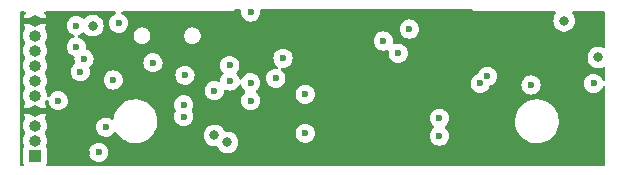
<source format=gbr>
%TF.GenerationSoftware,KiCad,Pcbnew,7.0.8*%
%TF.CreationDate,2023-12-27T11:07:12+01:00*%
%TF.ProjectId,Frost-ESP32,46726f73-742d-4455-9350-33322e6b6963,rev?*%
%TF.SameCoordinates,Original*%
%TF.FileFunction,Copper,L2,Inr*%
%TF.FilePolarity,Positive*%
%FSLAX46Y46*%
G04 Gerber Fmt 4.6, Leading zero omitted, Abs format (unit mm)*
G04 Created by KiCad (PCBNEW 7.0.8) date 2023-12-27 11:07:12*
%MOMM*%
%LPD*%
G01*
G04 APERTURE LIST*
%TA.AperFunction,ComponentPad*%
%ADD10R,1.000000X1.000000*%
%TD*%
%TA.AperFunction,ComponentPad*%
%ADD11O,1.000000X1.000000*%
%TD*%
%TA.AperFunction,ViaPad*%
%ADD12C,0.600000*%
%TD*%
%TA.AperFunction,ViaPad*%
%ADD13C,0.800000*%
%TD*%
G04 APERTURE END LIST*
D10*
%TO.N,/Vconn*%
%TO.C,J2*%
X95500000Y-109930000D03*
D11*
%TO.N,/CANL*%
X95500000Y-108660000D03*
%TO.N,/CANH*%
X95500000Y-107390000D03*
%TO.N,GND*%
X95500000Y-106120000D03*
%TO.N,+5V*%
X95500000Y-104850000D03*
%TO.N,/RX*%
X95500000Y-103580000D03*
%TO.N,/TX*%
X95500000Y-102310000D03*
%TO.N,/GPIO8*%
X95500000Y-101040000D03*
%TO.N,/GPIO10*%
X95500000Y-99770000D03*
%TO.N,GND*%
X95500000Y-98500000D03*
%TD*%
D12*
%TO.N,/TX*%
X112000000Y-102275500D03*
D13*
X111800000Y-108800000D03*
D12*
%TO.N,/RX*%
X112000000Y-103600000D03*
D13*
X110700000Y-108200000D03*
D12*
%TO.N,/Vconn*%
X99000000Y-98900000D03*
%TO.N,+3V3*%
X108100000Y-105600000D03*
X101500000Y-107500000D03*
X118375000Y-104720000D03*
X102124307Y-103500554D03*
X97475500Y-105257744D03*
X113750000Y-97750000D03*
X142800000Y-103800000D03*
%TO.N,GND*%
X109200000Y-108000000D03*
D13*
X135900000Y-98300000D03*
D12*
X105475000Y-100650000D03*
X97900000Y-109300000D03*
X99923385Y-109720839D03*
X143000000Y-105212500D03*
X143000000Y-108500000D03*
X122360000Y-105050000D03*
X107925000Y-100650000D03*
X118375000Y-106920000D03*
X115400000Y-108700000D03*
X118250000Y-97750000D03*
X101500000Y-105700000D03*
%TO.N,/CANH*%
X99650500Y-101710000D03*
%TO.N,/CANL*%
X99000000Y-100690000D03*
%TO.N,+5V*%
X100900000Y-109637500D03*
D13*
X140300000Y-98500000D03*
X100400000Y-98900000D03*
D12*
%TO.N,/USB_D+*%
X133199479Y-103800521D03*
%TO.N,/USB_D-*%
X133800521Y-103199479D03*
%TO.N,/SD_CS*%
X113750000Y-105250000D03*
%TO.N,/CAN_RX*%
X105490969Y-102054500D03*
X125000000Y-100200000D03*
%TO.N,/CAN_TX*%
X127200000Y-99200000D03*
X102600000Y-98700000D03*
%TO.N,/SD_MOSI*%
X116500000Y-101660500D03*
%TO.N,/SD_SCK*%
X115895250Y-103354750D03*
%TO.N,/SD_MISO*%
X118375000Y-108020000D03*
X113750000Y-103750000D03*
%TO.N,/GPIO8*%
X99349500Y-102800000D03*
X108200000Y-103100000D03*
%TO.N,/GPIO10*%
X126250000Y-101250000D03*
%TO.N,/RX*%
X129750000Y-108250000D03*
%TO.N,/TX*%
X129750000Y-106750000D03*
%TO.N,Net-(U1-EN{slash}CHIP_PU)*%
X108100000Y-106610000D03*
X110700000Y-104400000D03*
%TO.N,/Vbus*%
X137500000Y-103925500D03*
D13*
X143200000Y-101600000D03*
%TD*%
%TA.AperFunction,Conductor*%
%TO.N,GND*%
G36*
X94667352Y-97720184D02*
G01*
X94713107Y-97772988D01*
X94723051Y-97842146D01*
X94696166Y-97903164D01*
X94664507Y-97941739D01*
X94664503Y-97941746D01*
X94571652Y-98115458D01*
X94530839Y-98249999D01*
X94530840Y-98250000D01*
X95285517Y-98250000D01*
X95214199Y-98334993D01*
X95175000Y-98442694D01*
X95175000Y-98557306D01*
X95214199Y-98665007D01*
X95285517Y-98750000D01*
X94530840Y-98750000D01*
X94571652Y-98884541D01*
X94664510Y-99058266D01*
X94665016Y-99059023D01*
X94665158Y-99059479D01*
X94667378Y-99063631D01*
X94666590Y-99064052D01*
X94685886Y-99125703D01*
X94667392Y-99193081D01*
X94657768Y-99206552D01*
X94657413Y-99206984D01*
X94657401Y-99207002D01*
X94563760Y-99382191D01*
X94506091Y-99572300D01*
X94486620Y-99770000D01*
X94506091Y-99967699D01*
X94563760Y-100157808D01*
X94657404Y-100333004D01*
X94659483Y-100336115D01*
X94660070Y-100337991D01*
X94660276Y-100338376D01*
X94660203Y-100338415D01*
X94680357Y-100402794D01*
X94661869Y-100470173D01*
X94659483Y-100473885D01*
X94657404Y-100476995D01*
X94563760Y-100652191D01*
X94506091Y-100842300D01*
X94486620Y-101040000D01*
X94506091Y-101237699D01*
X94563760Y-101427808D01*
X94657404Y-101603004D01*
X94659483Y-101606115D01*
X94660070Y-101607991D01*
X94660276Y-101608376D01*
X94660203Y-101608415D01*
X94680357Y-101672794D01*
X94661869Y-101740173D01*
X94659483Y-101743885D01*
X94657404Y-101746995D01*
X94563760Y-101922191D01*
X94506091Y-102112300D01*
X94486620Y-102310000D01*
X94506091Y-102507699D01*
X94563760Y-102697808D01*
X94657404Y-102873004D01*
X94659483Y-102876115D01*
X94660070Y-102877991D01*
X94660276Y-102878376D01*
X94660203Y-102878415D01*
X94680357Y-102942794D01*
X94661869Y-103010173D01*
X94659483Y-103013885D01*
X94657404Y-103016995D01*
X94563760Y-103192191D01*
X94506091Y-103382300D01*
X94486620Y-103580000D01*
X94506091Y-103777699D01*
X94563760Y-103967808D01*
X94657404Y-104143004D01*
X94659483Y-104146115D01*
X94660070Y-104147991D01*
X94660276Y-104148376D01*
X94660203Y-104148415D01*
X94680357Y-104212794D01*
X94661869Y-104280173D01*
X94659483Y-104283885D01*
X94657404Y-104286995D01*
X94563760Y-104462191D01*
X94506091Y-104652300D01*
X94486620Y-104850000D01*
X94506091Y-105047699D01*
X94563760Y-105237808D01*
X94657403Y-105413002D01*
X94657404Y-105413003D01*
X94657761Y-105413438D01*
X94657876Y-105413709D01*
X94660791Y-105418072D01*
X94659963Y-105418624D01*
X94685072Y-105477749D01*
X94673278Y-105546616D01*
X94665016Y-105560977D01*
X94664510Y-105561733D01*
X94571652Y-105735458D01*
X94530839Y-105869999D01*
X94530840Y-105870000D01*
X95285517Y-105870000D01*
X95214199Y-105954993D01*
X95175000Y-106062694D01*
X95175000Y-106177306D01*
X95214199Y-106285007D01*
X95285517Y-106370000D01*
X94530840Y-106370000D01*
X94571652Y-106504541D01*
X94664510Y-106678266D01*
X94665016Y-106679023D01*
X94665158Y-106679479D01*
X94667378Y-106683631D01*
X94666590Y-106684052D01*
X94685886Y-106745703D01*
X94667392Y-106813081D01*
X94657768Y-106826552D01*
X94657413Y-106826984D01*
X94657401Y-106827002D01*
X94563760Y-107002191D01*
X94506091Y-107192300D01*
X94486620Y-107390000D01*
X94506091Y-107587699D01*
X94563760Y-107777808D01*
X94657404Y-107953004D01*
X94659483Y-107956115D01*
X94660070Y-107957991D01*
X94660276Y-107958376D01*
X94660203Y-107958415D01*
X94680357Y-108022794D01*
X94661869Y-108090173D01*
X94659483Y-108093885D01*
X94657404Y-108096995D01*
X94563760Y-108272191D01*
X94506091Y-108462300D01*
X94486620Y-108660000D01*
X94506091Y-108857699D01*
X94563762Y-109047814D01*
X94566091Y-109053436D01*
X94564521Y-109054086D01*
X94577110Y-109114534D01*
X94552779Y-109178895D01*
X94549115Y-109183789D01*
X94549114Y-109183792D01*
X94549111Y-109183796D01*
X94549110Y-109183799D01*
X94498011Y-109320795D01*
X94498011Y-109320797D01*
X94491500Y-109381345D01*
X94491500Y-110478654D01*
X94498011Y-110539202D01*
X94498011Y-110539204D01*
X94532685Y-110632165D01*
X94537670Y-110701857D01*
X94504186Y-110763180D01*
X94442863Y-110796666D01*
X94416504Y-110799500D01*
X94324500Y-110799500D01*
X94257461Y-110779815D01*
X94211706Y-110727011D01*
X94200500Y-110675500D01*
X94200500Y-97824499D01*
X94220185Y-97757460D01*
X94272989Y-97711705D01*
X94324500Y-97700499D01*
X94600313Y-97700499D01*
X94667352Y-97720184D01*
G37*
%TD.AperFunction*%
%TA.AperFunction,Conductor*%
G36*
X112892835Y-97519685D02*
G01*
X112938590Y-97572489D01*
X112949016Y-97637883D01*
X112936384Y-97749996D01*
X112936384Y-97750003D01*
X112956781Y-97931041D01*
X112956782Y-97931046D01*
X113016958Y-98103017D01*
X113107552Y-98247195D01*
X113113889Y-98257281D01*
X113242719Y-98386111D01*
X113396985Y-98483043D01*
X113568953Y-98543217D01*
X113568958Y-98543218D01*
X113749996Y-98563616D01*
X113750000Y-98563616D01*
X113750004Y-98563616D01*
X113931041Y-98543218D01*
X113931044Y-98543217D01*
X113931047Y-98543217D01*
X114103015Y-98483043D01*
X114257281Y-98386111D01*
X114386111Y-98257281D01*
X114483043Y-98103015D01*
X114543217Y-97931047D01*
X114543218Y-97931041D01*
X114563616Y-97750003D01*
X114563616Y-97749996D01*
X114550984Y-97637883D01*
X114563038Y-97569062D01*
X114610388Y-97517682D01*
X114674204Y-97500000D01*
X132411536Y-97500000D01*
X132478575Y-97519685D01*
X132499217Y-97536319D01*
X132573387Y-97610489D01*
X132676114Y-97669799D01*
X132790691Y-97700500D01*
X132827410Y-97700500D01*
X139518858Y-97700500D01*
X139585897Y-97720185D01*
X139631652Y-97772989D01*
X139641596Y-97842147D01*
X139612571Y-97905703D01*
X139611008Y-97907472D01*
X139560959Y-97963057D01*
X139465473Y-98128443D01*
X139465470Y-98128450D01*
X139409944Y-98299343D01*
X139406458Y-98310072D01*
X139386496Y-98500000D01*
X139406458Y-98689928D01*
X139406459Y-98689931D01*
X139465470Y-98871549D01*
X139465473Y-98871556D01*
X139560960Y-99036944D01*
X139688747Y-99178866D01*
X139843248Y-99291118D01*
X140017712Y-99368794D01*
X140204513Y-99408500D01*
X140395487Y-99408500D01*
X140582288Y-99368794D01*
X140756752Y-99291118D01*
X140911253Y-99178866D01*
X141039040Y-99036944D01*
X141134527Y-98871556D01*
X141193542Y-98689928D01*
X141213504Y-98500000D01*
X141193542Y-98310072D01*
X141134527Y-98128444D01*
X141039040Y-97963056D01*
X140988992Y-97907472D01*
X140958762Y-97844481D01*
X140967387Y-97775145D01*
X141012129Y-97721480D01*
X141078781Y-97700522D01*
X141081142Y-97700500D01*
X143675500Y-97700500D01*
X143742539Y-97720185D01*
X143788294Y-97772989D01*
X143799500Y-97824500D01*
X143799500Y-100681493D01*
X143779815Y-100748532D01*
X143727011Y-100794287D01*
X143657853Y-100804231D01*
X143625066Y-100794773D01*
X143482289Y-100731206D01*
X143482286Y-100731205D01*
X143295487Y-100691500D01*
X143104513Y-100691500D01*
X142917714Y-100731205D01*
X142917712Y-100731206D01*
X142753695Y-100804231D01*
X142743246Y-100808883D01*
X142588745Y-100921135D01*
X142460959Y-101063057D01*
X142365473Y-101228443D01*
X142365470Y-101228450D01*
X142323708Y-101356982D01*
X142306458Y-101410072D01*
X142286496Y-101600000D01*
X142306458Y-101789928D01*
X142306459Y-101789931D01*
X142365470Y-101971549D01*
X142365473Y-101971556D01*
X142460960Y-102136944D01*
X142563290Y-102250594D01*
X142585712Y-102275496D01*
X142588747Y-102278866D01*
X142743248Y-102391118D01*
X142917712Y-102468794D01*
X143104513Y-102508500D01*
X143295487Y-102508500D01*
X143482283Y-102468795D01*
X143482282Y-102468795D01*
X143482288Y-102468794D01*
X143625068Y-102405224D01*
X143694315Y-102395941D01*
X143757591Y-102425569D01*
X143794804Y-102484704D01*
X143799500Y-102518505D01*
X143799500Y-103478662D01*
X143779815Y-103545701D01*
X143727011Y-103591456D01*
X143657853Y-103601400D01*
X143594297Y-103572375D01*
X143558459Y-103519617D01*
X143533044Y-103446988D01*
X143533043Y-103446984D01*
X143436438Y-103293240D01*
X143436111Y-103292719D01*
X143307281Y-103163889D01*
X143281255Y-103147536D01*
X143153017Y-103066958D01*
X143153016Y-103066957D01*
X143153015Y-103066957D01*
X143098693Y-103047949D01*
X142981046Y-103006782D01*
X142981041Y-103006781D01*
X142800004Y-102986384D01*
X142799996Y-102986384D01*
X142618958Y-103006781D01*
X142618953Y-103006782D01*
X142446982Y-103066958D01*
X142292718Y-103163889D01*
X142163889Y-103292718D01*
X142066958Y-103446982D01*
X142006782Y-103618953D01*
X142006781Y-103618958D01*
X141986384Y-103799996D01*
X141986384Y-103800003D01*
X142006781Y-103981041D01*
X142006782Y-103981046D01*
X142034305Y-104059702D01*
X142065347Y-104148415D01*
X142066958Y-104153017D01*
X142104519Y-104212794D01*
X142163889Y-104307281D01*
X142292719Y-104436111D01*
X142446985Y-104533043D01*
X142618953Y-104593217D01*
X142618958Y-104593218D01*
X142799996Y-104613616D01*
X142800000Y-104613616D01*
X142800004Y-104613616D01*
X142981041Y-104593218D01*
X142981044Y-104593217D01*
X142981047Y-104593217D01*
X143153015Y-104533043D01*
X143307281Y-104436111D01*
X143436111Y-104307281D01*
X143533043Y-104153015D01*
X143558458Y-104080381D01*
X143599180Y-104023606D01*
X143664133Y-103997859D01*
X143732694Y-104011315D01*
X143783097Y-104059702D01*
X143799500Y-104121337D01*
X143799500Y-110675500D01*
X143779815Y-110742539D01*
X143727011Y-110788294D01*
X143675500Y-110799500D01*
X96583496Y-110799500D01*
X96516457Y-110779815D01*
X96470702Y-110727011D01*
X96460758Y-110657853D01*
X96467315Y-110632165D01*
X96501988Y-110539204D01*
X96501988Y-110539203D01*
X96501989Y-110539201D01*
X96505591Y-110505692D01*
X96508499Y-110478654D01*
X96508500Y-110478637D01*
X96508500Y-109637503D01*
X100086384Y-109637503D01*
X100106781Y-109818541D01*
X100106782Y-109818546D01*
X100147949Y-109936193D01*
X100166957Y-109990515D01*
X100263889Y-110144781D01*
X100392719Y-110273611D01*
X100546985Y-110370543D01*
X100718953Y-110430717D01*
X100718958Y-110430718D01*
X100899996Y-110451116D01*
X100900000Y-110451116D01*
X100900004Y-110451116D01*
X101081041Y-110430718D01*
X101081044Y-110430717D01*
X101081047Y-110430717D01*
X101253015Y-110370543D01*
X101407281Y-110273611D01*
X101536111Y-110144781D01*
X101633043Y-109990515D01*
X101693217Y-109818547D01*
X101693218Y-109818541D01*
X101713616Y-109637503D01*
X101713616Y-109637496D01*
X101693218Y-109456458D01*
X101693217Y-109456453D01*
X101633043Y-109284485D01*
X101536111Y-109130219D01*
X101407281Y-109001389D01*
X101253015Y-108904457D01*
X101179874Y-108878864D01*
X101081046Y-108844282D01*
X101081041Y-108844281D01*
X100900004Y-108823884D01*
X100899996Y-108823884D01*
X100718958Y-108844281D01*
X100718953Y-108844282D01*
X100546982Y-108904458D01*
X100392718Y-109001389D01*
X100263889Y-109130218D01*
X100166958Y-109284482D01*
X100106782Y-109456453D01*
X100106781Y-109456458D01*
X100086384Y-109637496D01*
X100086384Y-109637503D01*
X96508500Y-109637503D01*
X96508500Y-109381362D01*
X96508499Y-109381345D01*
X96505157Y-109350270D01*
X96501989Y-109320799D01*
X96488444Y-109284485D01*
X96450888Y-109183793D01*
X96450887Y-109183792D01*
X96447224Y-109178899D01*
X96422806Y-109113435D01*
X96435450Y-109054070D01*
X96433910Y-109053432D01*
X96436238Y-109047811D01*
X96436238Y-109047807D01*
X96436241Y-109047804D01*
X96493908Y-108857701D01*
X96513380Y-108660000D01*
X96493908Y-108462299D01*
X96436241Y-108272196D01*
X96436239Y-108272193D01*
X96436239Y-108272191D01*
X96342600Y-108097004D01*
X96340525Y-108093899D01*
X96339936Y-108092021D01*
X96339724Y-108091623D01*
X96339799Y-108091582D01*
X96319642Y-108027224D01*
X96338121Y-107959842D01*
X96340525Y-107956101D01*
X96342589Y-107953010D01*
X96342595Y-107953004D01*
X96356317Y-107927333D01*
X96436239Y-107777808D01*
X96436239Y-107777807D01*
X96436241Y-107777804D01*
X96493908Y-107587701D01*
X96502546Y-107500003D01*
X100686384Y-107500003D01*
X100706781Y-107681041D01*
X100706782Y-107681046D01*
X100728363Y-107742719D01*
X100765338Y-107848389D01*
X100766958Y-107853017D01*
X100795336Y-107898180D01*
X100863889Y-108007281D01*
X100992719Y-108136111D01*
X101146985Y-108233043D01*
X101303529Y-108287820D01*
X101318953Y-108293217D01*
X101318958Y-108293218D01*
X101499996Y-108313616D01*
X101500000Y-108313616D01*
X101500004Y-108313616D01*
X101681041Y-108293218D01*
X101681044Y-108293217D01*
X101681047Y-108293217D01*
X101853015Y-108233043D01*
X102007281Y-108136111D01*
X102136111Y-108007281D01*
X102187210Y-107925956D01*
X102239543Y-107879667D01*
X102308597Y-107869018D01*
X102372445Y-107897393D01*
X102398046Y-107927330D01*
X102490979Y-108079605D01*
X102490983Y-108079611D01*
X102490986Y-108079615D01*
X102664253Y-108287819D01*
X102664259Y-108287824D01*
X102759341Y-108373017D01*
X102865998Y-108468582D01*
X103091910Y-108618044D01*
X103337176Y-108733020D01*
X103337183Y-108733022D01*
X103337185Y-108733023D01*
X103596557Y-108811057D01*
X103596564Y-108811058D01*
X103596569Y-108811060D01*
X103864561Y-108850500D01*
X103864566Y-108850500D01*
X104067636Y-108850500D01*
X104119133Y-108846730D01*
X104270156Y-108835677D01*
X104382758Y-108810593D01*
X104534546Y-108776782D01*
X104534548Y-108776781D01*
X104534553Y-108776780D01*
X104787558Y-108680014D01*
X105023777Y-108547441D01*
X105238177Y-108381888D01*
X105413538Y-108200000D01*
X109786496Y-108200000D01*
X109806458Y-108389928D01*
X109806459Y-108389931D01*
X109865470Y-108571549D01*
X109865473Y-108571556D01*
X109960960Y-108736944D01*
X110088747Y-108878866D01*
X110243248Y-108991118D01*
X110417712Y-109068794D01*
X110604513Y-109108500D01*
X110795483Y-109108500D01*
X110795487Y-109108500D01*
X110826911Y-109101820D01*
X110896575Y-109107135D01*
X110952309Y-109149271D01*
X110962082Y-109166009D01*
X110962224Y-109165928D01*
X110965472Y-109171554D01*
X110965473Y-109171556D01*
X111060960Y-109336944D01*
X111188747Y-109478866D01*
X111343248Y-109591118D01*
X111517712Y-109668794D01*
X111704513Y-109708500D01*
X111895487Y-109708500D01*
X112082288Y-109668794D01*
X112256752Y-109591118D01*
X112411253Y-109478866D01*
X112539040Y-109336944D01*
X112634527Y-109171556D01*
X112693542Y-108989928D01*
X112713504Y-108800000D01*
X112693542Y-108610072D01*
X112634527Y-108428444D01*
X112539040Y-108263056D01*
X112411253Y-108121134D01*
X112272059Y-108020003D01*
X117561384Y-108020003D01*
X117581781Y-108201041D01*
X117581782Y-108201046D01*
X117641958Y-108373017D01*
X117647532Y-108381888D01*
X117738889Y-108527281D01*
X117867719Y-108656111D01*
X118021985Y-108753043D01*
X118156181Y-108800000D01*
X118193953Y-108813217D01*
X118193958Y-108813218D01*
X118374996Y-108833616D01*
X118375000Y-108833616D01*
X118375004Y-108833616D01*
X118556041Y-108813218D01*
X118556044Y-108813217D01*
X118556047Y-108813217D01*
X118728015Y-108753043D01*
X118882281Y-108656111D01*
X119011111Y-108527281D01*
X119108043Y-108373015D01*
X119151087Y-108250003D01*
X128936384Y-108250003D01*
X128956781Y-108431041D01*
X128956782Y-108431046D01*
X129016958Y-108603017D01*
X129065339Y-108680014D01*
X129113889Y-108757281D01*
X129242719Y-108886111D01*
X129396985Y-108983043D01*
X129568953Y-109043217D01*
X129568958Y-109043218D01*
X129749996Y-109063616D01*
X129750000Y-109063616D01*
X129750004Y-109063616D01*
X129931041Y-109043218D01*
X129931044Y-109043217D01*
X129931047Y-109043217D01*
X130103015Y-108983043D01*
X130257281Y-108886111D01*
X130386111Y-108757281D01*
X130483043Y-108603015D01*
X130543217Y-108431047D01*
X130543510Y-108428450D01*
X130563616Y-108250003D01*
X130563616Y-108249996D01*
X130543218Y-108068958D01*
X130543217Y-108068953D01*
X130527065Y-108022794D01*
X130483043Y-107896985D01*
X130386111Y-107742719D01*
X130257281Y-107613889D01*
X130257278Y-107613886D01*
X130243125Y-107604994D01*
X130196833Y-107552660D01*
X130186184Y-107483606D01*
X130214559Y-107419758D01*
X130243125Y-107395006D01*
X130257278Y-107386113D01*
X130257278Y-107386112D01*
X130257281Y-107386111D01*
X130386111Y-107257281D01*
X130483043Y-107103015D01*
X130495378Y-107067763D01*
X136145787Y-107067763D01*
X136175413Y-107337013D01*
X136175415Y-107337024D01*
X136240951Y-107587701D01*
X136243928Y-107599088D01*
X136349870Y-107848390D01*
X136454604Y-108020003D01*
X136490979Y-108079605D01*
X136490986Y-108079615D01*
X136664253Y-108287819D01*
X136664259Y-108287824D01*
X136759341Y-108373017D01*
X136865998Y-108468582D01*
X137091910Y-108618044D01*
X137337176Y-108733020D01*
X137337183Y-108733022D01*
X137337185Y-108733023D01*
X137596557Y-108811057D01*
X137596564Y-108811058D01*
X137596569Y-108811060D01*
X137864561Y-108850500D01*
X137864566Y-108850500D01*
X138067636Y-108850500D01*
X138119133Y-108846730D01*
X138270156Y-108835677D01*
X138382758Y-108810593D01*
X138534546Y-108776782D01*
X138534548Y-108776781D01*
X138534553Y-108776780D01*
X138787558Y-108680014D01*
X139023777Y-108547441D01*
X139238177Y-108381888D01*
X139426186Y-108186881D01*
X139583799Y-107966579D01*
X139680855Y-107777804D01*
X139707649Y-107725690D01*
X139707651Y-107725684D01*
X139707656Y-107725675D01*
X139795118Y-107469305D01*
X139844319Y-107202933D01*
X139854212Y-106932235D01*
X139824586Y-106662982D01*
X139756072Y-106400912D01*
X139650130Y-106151610D01*
X139509018Y-105920390D01*
X139507845Y-105918981D01*
X139335746Y-105712180D01*
X139335740Y-105712175D01*
X139134002Y-105531418D01*
X138908092Y-105381957D01*
X138908090Y-105381956D01*
X138662824Y-105266980D01*
X138662819Y-105266978D01*
X138662814Y-105266976D01*
X138403442Y-105188942D01*
X138403428Y-105188939D01*
X138287791Y-105171921D01*
X138135439Y-105149500D01*
X137932369Y-105149500D01*
X137932364Y-105149500D01*
X137729844Y-105164323D01*
X137729831Y-105164325D01*
X137465453Y-105223217D01*
X137465446Y-105223220D01*
X137212439Y-105319987D01*
X136976226Y-105452557D01*
X136976224Y-105452558D01*
X136976223Y-105452559D01*
X136943601Y-105477749D01*
X136761822Y-105618112D01*
X136573822Y-105813109D01*
X136573816Y-105813116D01*
X136416202Y-106033419D01*
X136416199Y-106033424D01*
X136292350Y-106274309D01*
X136292343Y-106274327D01*
X136204884Y-106530685D01*
X136204881Y-106530699D01*
X136190234Y-106609996D01*
X136161243Y-106766958D01*
X136155681Y-106797068D01*
X136155680Y-106797075D01*
X136145787Y-107067763D01*
X130495378Y-107067763D01*
X130543217Y-106931047D01*
X130554942Y-106826984D01*
X130563616Y-106750003D01*
X130563616Y-106749996D01*
X130543218Y-106568958D01*
X130543217Y-106568953D01*
X130520678Y-106504541D01*
X130483043Y-106396985D01*
X130386111Y-106242719D01*
X130257281Y-106113889D01*
X130144809Y-106043218D01*
X130103017Y-106016958D01*
X130103016Y-106016957D01*
X130103015Y-106016957D01*
X130048693Y-105997949D01*
X129931046Y-105956782D01*
X129931041Y-105956781D01*
X129750004Y-105936384D01*
X129749996Y-105936384D01*
X129568958Y-105956781D01*
X129568953Y-105956782D01*
X129396982Y-106016958D01*
X129242718Y-106113889D01*
X129113889Y-106242718D01*
X129016958Y-106396982D01*
X128956782Y-106568953D01*
X128956781Y-106568958D01*
X128936384Y-106749996D01*
X128936384Y-106750003D01*
X128956781Y-106931041D01*
X128956782Y-106931046D01*
X129016958Y-107103017D01*
X129094725Y-107226782D01*
X129113889Y-107257281D01*
X129242719Y-107386111D01*
X129256875Y-107395006D01*
X129256877Y-107395007D01*
X129303167Y-107447343D01*
X129313814Y-107516396D01*
X129285438Y-107580244D01*
X129256877Y-107604993D01*
X129242717Y-107613890D01*
X129113889Y-107742718D01*
X129016958Y-107896982D01*
X128956782Y-108068953D01*
X128956781Y-108068958D01*
X128936384Y-108249996D01*
X128936384Y-108250003D01*
X119151087Y-108250003D01*
X119168217Y-108201047D01*
X119169813Y-108186881D01*
X119188616Y-108020003D01*
X119188616Y-108019996D01*
X119168218Y-107838958D01*
X119168217Y-107838953D01*
X119164539Y-107828443D01*
X119108043Y-107666985D01*
X119011111Y-107512719D01*
X118882281Y-107383889D01*
X118807696Y-107337024D01*
X118728017Y-107286958D01*
X118728016Y-107286957D01*
X118728015Y-107286957D01*
X118643206Y-107257281D01*
X118556046Y-107226782D01*
X118556041Y-107226781D01*
X118375004Y-107206384D01*
X118374996Y-107206384D01*
X118193958Y-107226781D01*
X118193953Y-107226782D01*
X118021982Y-107286958D01*
X117867718Y-107383889D01*
X117738889Y-107512718D01*
X117641958Y-107666982D01*
X117581782Y-107838953D01*
X117581781Y-107838958D01*
X117561384Y-108019996D01*
X117561384Y-108020003D01*
X112272059Y-108020003D01*
X112256752Y-108008882D01*
X112082288Y-107931206D01*
X112082286Y-107931205D01*
X111895487Y-107891500D01*
X111704513Y-107891500D01*
X111673086Y-107898179D01*
X111603421Y-107892863D01*
X111547688Y-107850725D01*
X111537918Y-107833989D01*
X111537776Y-107834072D01*
X111505290Y-107777804D01*
X111439040Y-107663056D01*
X111311253Y-107521134D01*
X111156752Y-107408882D01*
X110982288Y-107331206D01*
X110982286Y-107331205D01*
X110795487Y-107291500D01*
X110604513Y-107291500D01*
X110417714Y-107331205D01*
X110330480Y-107370044D01*
X110299384Y-107383889D01*
X110243246Y-107408883D01*
X110088745Y-107521135D01*
X109960959Y-107663057D01*
X109865473Y-107828443D01*
X109865470Y-107828450D01*
X109806844Y-108008883D01*
X109806458Y-108010072D01*
X109786496Y-108200000D01*
X105413538Y-108200000D01*
X105426186Y-108186881D01*
X105583799Y-107966579D01*
X105680855Y-107777804D01*
X105707649Y-107725690D01*
X105707651Y-107725684D01*
X105707656Y-107725675D01*
X105795118Y-107469305D01*
X105844319Y-107202933D01*
X105854212Y-106932235D01*
X105824586Y-106662982D01*
X105810735Y-106610003D01*
X107286384Y-106610003D01*
X107306781Y-106791041D01*
X107306782Y-106791046D01*
X107366958Y-106963017D01*
X107385621Y-106992719D01*
X107463889Y-107117281D01*
X107592719Y-107246111D01*
X107746985Y-107343043D01*
X107895490Y-107395007D01*
X107918953Y-107403217D01*
X107918958Y-107403218D01*
X108099996Y-107423616D01*
X108100000Y-107423616D01*
X108100004Y-107423616D01*
X108281041Y-107403218D01*
X108281044Y-107403217D01*
X108281047Y-107403217D01*
X108453015Y-107343043D01*
X108607281Y-107246111D01*
X108736111Y-107117281D01*
X108833043Y-106963015D01*
X108893217Y-106791047D01*
X108895931Y-106766958D01*
X108913616Y-106610003D01*
X108913616Y-106609996D01*
X108893218Y-106428958D01*
X108893217Y-106428953D01*
X108873570Y-106372805D01*
X108833043Y-106256985D01*
X108833041Y-106256982D01*
X108833041Y-106256981D01*
X108778998Y-106170973D01*
X108759997Y-106103736D01*
X108778998Y-106039027D01*
X108833041Y-105953018D01*
X108833040Y-105953018D01*
X108833043Y-105953015D01*
X108893217Y-105781047D01*
X108893218Y-105781041D01*
X108913616Y-105600003D01*
X108913616Y-105599996D01*
X108893218Y-105418958D01*
X108893217Y-105418953D01*
X108891133Y-105412998D01*
X108833043Y-105246985D01*
X108736111Y-105092719D01*
X108607281Y-104963889D01*
X108507267Y-104901046D01*
X108453017Y-104866958D01*
X108453016Y-104866957D01*
X108453015Y-104866957D01*
X108398693Y-104847949D01*
X108281046Y-104806782D01*
X108281041Y-104806781D01*
X108100004Y-104786384D01*
X108099996Y-104786384D01*
X107918958Y-104806781D01*
X107918953Y-104806782D01*
X107746982Y-104866958D01*
X107592718Y-104963889D01*
X107463889Y-105092718D01*
X107366958Y-105246982D01*
X107306782Y-105418953D01*
X107306781Y-105418958D01*
X107286384Y-105599996D01*
X107286384Y-105600003D01*
X107306781Y-105781041D01*
X107306782Y-105781046D01*
X107337909Y-105870000D01*
X107355542Y-105920394D01*
X107366958Y-105953017D01*
X107421002Y-106039029D01*
X107440002Y-106106266D01*
X107421002Y-106170971D01*
X107366958Y-106256982D01*
X107306782Y-106428953D01*
X107306781Y-106428958D01*
X107286384Y-106609996D01*
X107286384Y-106610003D01*
X105810735Y-106610003D01*
X105756072Y-106400912D01*
X105650130Y-106151610D01*
X105509018Y-105920390D01*
X105507845Y-105918981D01*
X105335746Y-105712180D01*
X105335740Y-105712175D01*
X105134002Y-105531418D01*
X104908092Y-105381957D01*
X104908090Y-105381956D01*
X104662824Y-105266980D01*
X104662819Y-105266978D01*
X104662814Y-105266976D01*
X104403442Y-105188942D01*
X104403428Y-105188939D01*
X104287791Y-105171921D01*
X104135439Y-105149500D01*
X103932369Y-105149500D01*
X103932364Y-105149500D01*
X103729844Y-105164323D01*
X103729831Y-105164325D01*
X103465453Y-105223217D01*
X103465446Y-105223220D01*
X103212439Y-105319987D01*
X102976226Y-105452557D01*
X102976224Y-105452558D01*
X102976223Y-105452559D01*
X102943601Y-105477749D01*
X102761822Y-105618112D01*
X102573822Y-105813109D01*
X102573816Y-105813116D01*
X102416202Y-106033419D01*
X102416199Y-106033424D01*
X102292350Y-106274309D01*
X102292343Y-106274327D01*
X102204884Y-106530685D01*
X102204881Y-106530699D01*
X102162379Y-106760801D01*
X102130845Y-106823150D01*
X102070609Y-106858553D01*
X102000795Y-106855769D01*
X101974470Y-106843272D01*
X101853017Y-106766958D01*
X101853016Y-106766957D01*
X101853015Y-106766957D01*
X101792274Y-106745703D01*
X101681046Y-106706782D01*
X101681041Y-106706781D01*
X101500004Y-106686384D01*
X101499996Y-106686384D01*
X101318958Y-106706781D01*
X101318953Y-106706782D01*
X101146982Y-106766958D01*
X100992718Y-106863889D01*
X100863889Y-106992718D01*
X100766958Y-107146982D01*
X100706782Y-107318953D01*
X100706781Y-107318958D01*
X100686384Y-107499996D01*
X100686384Y-107500003D01*
X96502546Y-107500003D01*
X96513380Y-107390000D01*
X96493908Y-107192299D01*
X96436241Y-107002196D01*
X96436239Y-107002193D01*
X96436239Y-107002191D01*
X96342596Y-106826997D01*
X96342594Y-106826994D01*
X96342240Y-106826563D01*
X96342125Y-106826292D01*
X96339209Y-106821928D01*
X96340036Y-106821374D01*
X96314928Y-106762252D01*
X96326720Y-106693385D01*
X96335002Y-106678993D01*
X96335499Y-106678249D01*
X96428347Y-106504541D01*
X96469160Y-106370000D01*
X95714483Y-106370000D01*
X95785801Y-106285007D01*
X95825000Y-106177306D01*
X95825000Y-106062694D01*
X95785801Y-105954993D01*
X95714483Y-105870000D01*
X96469160Y-105870000D01*
X96469160Y-105869999D01*
X96428347Y-105735458D01*
X96335493Y-105561740D01*
X96334991Y-105560989D01*
X96334848Y-105560535D01*
X96332622Y-105556369D01*
X96333412Y-105555946D01*
X96314114Y-105494311D01*
X96332600Y-105426932D01*
X96342241Y-105413435D01*
X96342595Y-105413004D01*
X96342596Y-105413000D01*
X96342599Y-105412998D01*
X96432805Y-105244233D01*
X96481767Y-105194389D01*
X96549904Y-105178928D01*
X96615584Y-105202759D01*
X96657953Y-105258317D01*
X96665383Y-105288803D01*
X96682281Y-105438785D01*
X96682282Y-105438790D01*
X96720012Y-105546616D01*
X96742457Y-105610759D01*
X96839389Y-105765025D01*
X96968219Y-105893855D01*
X97122485Y-105990787D01*
X97272322Y-106043217D01*
X97294453Y-106050961D01*
X97294458Y-106050962D01*
X97475496Y-106071360D01*
X97475500Y-106071360D01*
X97475504Y-106071360D01*
X97656541Y-106050962D01*
X97656544Y-106050961D01*
X97656547Y-106050961D01*
X97828515Y-105990787D01*
X97982781Y-105893855D01*
X98111611Y-105765025D01*
X98208543Y-105610759D01*
X98268717Y-105438791D01*
X98269590Y-105431046D01*
X98289116Y-105257747D01*
X98289116Y-105257740D01*
X98268718Y-105076702D01*
X98268717Y-105076697D01*
X98254515Y-105036110D01*
X98208543Y-104904729D01*
X98111611Y-104750463D01*
X97982781Y-104621633D01*
X97938388Y-104593739D01*
X97828517Y-104524702D01*
X97828516Y-104524701D01*
X97828515Y-104524701D01*
X97774193Y-104505693D01*
X97656546Y-104464526D01*
X97656541Y-104464525D01*
X97475504Y-104444128D01*
X97475496Y-104444128D01*
X97294458Y-104464525D01*
X97294453Y-104464526D01*
X97122482Y-104524702D01*
X96968218Y-104621633D01*
X96839389Y-104750462D01*
X96839387Y-104750465D01*
X96741945Y-104905541D01*
X96689610Y-104951832D01*
X96620557Y-104962479D01*
X96556709Y-104934104D01*
X96518337Y-104875714D01*
X96513549Y-104851722D01*
X96513379Y-104850003D01*
X96513380Y-104850000D01*
X96493908Y-104652299D01*
X96436241Y-104462196D01*
X96436239Y-104462193D01*
X96436239Y-104462191D01*
X96402999Y-104400003D01*
X109886384Y-104400003D01*
X109906781Y-104581041D01*
X109906782Y-104581046D01*
X109931715Y-104652299D01*
X109963354Y-104742719D01*
X109966958Y-104753017D01*
X110000741Y-104806782D01*
X110063889Y-104907281D01*
X110192719Y-105036111D01*
X110346985Y-105133043D01*
X110506727Y-105188939D01*
X110518953Y-105193217D01*
X110518958Y-105193218D01*
X110699996Y-105213616D01*
X110700000Y-105213616D01*
X110700004Y-105213616D01*
X110881041Y-105193218D01*
X110881044Y-105193217D01*
X110881047Y-105193217D01*
X111053015Y-105133043D01*
X111207281Y-105036111D01*
X111336111Y-104907281D01*
X111433043Y-104753015D01*
X111493217Y-104581047D01*
X111493308Y-104580244D01*
X111504259Y-104483043D01*
X111508523Y-104445197D01*
X111535589Y-104380785D01*
X111593184Y-104341230D01*
X111663020Y-104339091D01*
X111672698Y-104342041D01*
X111818945Y-104393215D01*
X111818951Y-104393216D01*
X111818953Y-104393217D01*
X111818954Y-104393217D01*
X111818958Y-104393218D01*
X111999996Y-104413616D01*
X112000000Y-104413616D01*
X112000004Y-104413616D01*
X112181041Y-104393218D01*
X112181044Y-104393217D01*
X112181047Y-104393217D01*
X112353015Y-104333043D01*
X112507281Y-104236111D01*
X112636111Y-104107281D01*
X112733043Y-103953015D01*
X112736064Y-103946742D01*
X112738201Y-103947771D01*
X112772425Y-103900044D01*
X112837374Y-103874289D01*
X112905938Y-103887738D01*
X112956346Y-103936119D01*
X112965797Y-103956811D01*
X113016955Y-104103011D01*
X113016956Y-104103015D01*
X113085936Y-104212794D01*
X113113889Y-104257281D01*
X113242719Y-104386111D01*
X113254025Y-104393215D01*
X113256877Y-104395007D01*
X113303167Y-104447343D01*
X113313814Y-104516396D01*
X113285438Y-104580244D01*
X113256877Y-104604993D01*
X113242717Y-104613890D01*
X113113889Y-104742718D01*
X113016958Y-104896982D01*
X112956782Y-105068953D01*
X112956781Y-105068958D01*
X112936384Y-105249996D01*
X112936384Y-105250003D01*
X112956781Y-105431041D01*
X112956782Y-105431046D01*
X112978920Y-105494311D01*
X113016957Y-105603015D01*
X113113889Y-105757281D01*
X113242719Y-105886111D01*
X113396985Y-105983043D01*
X113568953Y-106043217D01*
X113568958Y-106043218D01*
X113749996Y-106063616D01*
X113750000Y-106063616D01*
X113750004Y-106063616D01*
X113931041Y-106043218D01*
X113931044Y-106043217D01*
X113931047Y-106043217D01*
X114103015Y-105983043D01*
X114257281Y-105886111D01*
X114386111Y-105757281D01*
X114483043Y-105603015D01*
X114543217Y-105431047D01*
X114545201Y-105413438D01*
X114563616Y-105250003D01*
X114563616Y-105249996D01*
X114543218Y-105068958D01*
X114543217Y-105068953D01*
X114531725Y-105036110D01*
X114483043Y-104896985D01*
X114386111Y-104742719D01*
X114363395Y-104720003D01*
X117561384Y-104720003D01*
X117581781Y-104901041D01*
X117581782Y-104901046D01*
X117583964Y-104907281D01*
X117640537Y-105068958D01*
X117641958Y-105073017D01*
X117723481Y-105202759D01*
X117738889Y-105227281D01*
X117867719Y-105356111D01*
X118021985Y-105453043D01*
X118139923Y-105494311D01*
X118193953Y-105513217D01*
X118193958Y-105513218D01*
X118374996Y-105533616D01*
X118375000Y-105533616D01*
X118375004Y-105533616D01*
X118556041Y-105513218D01*
X118556044Y-105513217D01*
X118556047Y-105513217D01*
X118728015Y-105453043D01*
X118882281Y-105356111D01*
X119011111Y-105227281D01*
X119108043Y-105073015D01*
X119168217Y-104901047D01*
X119168675Y-104896982D01*
X119188616Y-104720003D01*
X119188616Y-104719996D01*
X119168218Y-104538958D01*
X119168217Y-104538953D01*
X119142174Y-104464526D01*
X119108043Y-104366985D01*
X119011111Y-104212719D01*
X118882281Y-104083889D01*
X118822261Y-104046176D01*
X118728017Y-103986958D01*
X118728016Y-103986957D01*
X118728015Y-103986957D01*
X118673279Y-103967804D01*
X118556046Y-103926782D01*
X118556041Y-103926781D01*
X118375004Y-103906384D01*
X118374996Y-103906384D01*
X118193958Y-103926781D01*
X118193953Y-103926782D01*
X118021982Y-103986958D01*
X117867718Y-104083889D01*
X117738889Y-104212718D01*
X117641958Y-104366982D01*
X117581782Y-104538953D01*
X117581781Y-104538958D01*
X117561384Y-104719996D01*
X117561384Y-104720003D01*
X114363395Y-104720003D01*
X114257281Y-104613889D01*
X114257278Y-104613886D01*
X114243125Y-104604994D01*
X114196833Y-104552660D01*
X114186184Y-104483606D01*
X114214559Y-104419758D01*
X114243125Y-104395006D01*
X114257278Y-104386113D01*
X114257278Y-104386112D01*
X114257281Y-104386111D01*
X114386111Y-104257281D01*
X114483043Y-104103015D01*
X114543217Y-103931047D01*
X114543218Y-103931041D01*
X114563616Y-103750003D01*
X114563616Y-103749996D01*
X114543218Y-103568958D01*
X114543217Y-103568953D01*
X114531613Y-103535791D01*
X114483043Y-103396985D01*
X114456507Y-103354753D01*
X115081634Y-103354753D01*
X115102031Y-103535791D01*
X115102032Y-103535796D01*
X115126872Y-103606783D01*
X115161855Y-103706760D01*
X115162208Y-103707767D01*
X115206151Y-103777701D01*
X115259139Y-103862031D01*
X115387969Y-103990861D01*
X115542235Y-104087793D01*
X115681901Y-104136664D01*
X115714203Y-104147967D01*
X115714208Y-104147968D01*
X115895246Y-104168366D01*
X115895250Y-104168366D01*
X115895254Y-104168366D01*
X116076291Y-104147968D01*
X116076294Y-104147967D01*
X116076297Y-104147967D01*
X116248265Y-104087793D01*
X116402531Y-103990861D01*
X116531361Y-103862031D01*
X116570009Y-103800524D01*
X132385863Y-103800524D01*
X132406260Y-103981562D01*
X132406261Y-103981567D01*
X132443431Y-104087791D01*
X132466254Y-104153017D01*
X132466437Y-104153538D01*
X132546893Y-104281582D01*
X132563368Y-104307802D01*
X132692198Y-104436632D01*
X132846464Y-104533564D01*
X133016943Y-104593217D01*
X133018432Y-104593738D01*
X133018437Y-104593739D01*
X133199475Y-104614137D01*
X133199479Y-104614137D01*
X133199483Y-104614137D01*
X133380520Y-104593739D01*
X133380523Y-104593738D01*
X133380526Y-104593738D01*
X133552494Y-104533564D01*
X133706760Y-104436632D01*
X133835590Y-104307802D01*
X133932522Y-104153536D01*
X133970088Y-104046175D01*
X134010809Y-103989400D01*
X134046174Y-103970088D01*
X134153536Y-103932522D01*
X134164707Y-103925503D01*
X136686384Y-103925503D01*
X136706781Y-104106541D01*
X136706782Y-104106546D01*
X136766958Y-104278517D01*
X136831218Y-104380785D01*
X136863889Y-104432781D01*
X136992719Y-104561611D01*
X137146985Y-104658543D01*
X137318953Y-104718717D01*
X137318958Y-104718718D01*
X137499996Y-104739116D01*
X137500000Y-104739116D01*
X137500004Y-104739116D01*
X137681041Y-104718718D01*
X137681044Y-104718717D01*
X137681047Y-104718717D01*
X137853015Y-104658543D01*
X138007281Y-104561611D01*
X138136111Y-104432781D01*
X138233043Y-104278515D01*
X138293217Y-104106547D01*
X138293615Y-104103015D01*
X138313616Y-103925503D01*
X138313616Y-103925496D01*
X138293218Y-103744458D01*
X138293217Y-103744453D01*
X138280379Y-103707765D01*
X138233043Y-103572485D01*
X138136111Y-103418219D01*
X138007281Y-103289389D01*
X137939796Y-103246985D01*
X137853017Y-103192458D01*
X137853016Y-103192457D01*
X137853015Y-103192457D01*
X137740302Y-103153017D01*
X137681046Y-103132282D01*
X137681041Y-103132281D01*
X137500004Y-103111884D01*
X137499996Y-103111884D01*
X137318958Y-103132281D01*
X137318953Y-103132282D01*
X137146982Y-103192458D01*
X136992718Y-103289389D01*
X136863889Y-103418218D01*
X136766958Y-103572482D01*
X136706782Y-103744453D01*
X136706781Y-103744458D01*
X136686384Y-103925496D01*
X136686384Y-103925503D01*
X134164707Y-103925503D01*
X134307802Y-103835590D01*
X134436632Y-103706760D01*
X134533564Y-103552494D01*
X134593738Y-103380526D01*
X134596642Y-103354753D01*
X134614137Y-103199482D01*
X134614137Y-103199475D01*
X134593739Y-103018437D01*
X134593738Y-103018432D01*
X134589662Y-103006783D01*
X134533564Y-102846464D01*
X134436632Y-102692198D01*
X134307802Y-102563368D01*
X134224634Y-102511110D01*
X134153538Y-102466437D01*
X134153537Y-102466436D01*
X134153536Y-102466436D01*
X134078815Y-102440290D01*
X133981567Y-102406261D01*
X133981562Y-102406260D01*
X133800525Y-102385863D01*
X133800517Y-102385863D01*
X133619479Y-102406260D01*
X133619474Y-102406261D01*
X133447503Y-102466437D01*
X133293239Y-102563368D01*
X133164410Y-102692197D01*
X133067479Y-102846461D01*
X133067478Y-102846462D01*
X133029910Y-102953825D01*
X132989188Y-103010600D01*
X132953825Y-103029910D01*
X132846462Y-103067478D01*
X132846461Y-103067479D01*
X132692197Y-103164410D01*
X132563368Y-103293239D01*
X132466437Y-103447503D01*
X132406261Y-103619474D01*
X132406260Y-103619479D01*
X132385863Y-103800517D01*
X132385863Y-103800524D01*
X116570009Y-103800524D01*
X116628293Y-103707765D01*
X116688467Y-103535797D01*
X116688468Y-103535791D01*
X116708866Y-103354753D01*
X116708866Y-103354746D01*
X116688468Y-103173708D01*
X116688467Y-103173703D01*
X116679311Y-103147536D01*
X116628293Y-103001735D01*
X116531361Y-102847469D01*
X116402531Y-102718639D01*
X116369379Y-102697808D01*
X116367054Y-102696347D01*
X116320764Y-102644012D01*
X116310117Y-102574958D01*
X116338493Y-102511110D01*
X116396883Y-102472739D01*
X116446910Y-102468134D01*
X116487779Y-102472739D01*
X116499999Y-102474116D01*
X116500000Y-102474116D01*
X116500004Y-102474116D01*
X116681041Y-102453718D01*
X116681044Y-102453717D01*
X116681047Y-102453717D01*
X116853015Y-102393543D01*
X117007281Y-102296611D01*
X117136111Y-102167781D01*
X117233043Y-102013515D01*
X117293217Y-101841547D01*
X117301479Y-101768218D01*
X117313616Y-101660503D01*
X117313616Y-101660496D01*
X117293218Y-101479458D01*
X117293217Y-101479453D01*
X117233043Y-101307485D01*
X117136111Y-101153219D01*
X117007281Y-101024389D01*
X116890932Y-100951282D01*
X116853017Y-100927458D01*
X116853016Y-100927457D01*
X116853015Y-100927457D01*
X116765931Y-100896985D01*
X116681046Y-100867282D01*
X116681041Y-100867281D01*
X116500004Y-100846884D01*
X116499996Y-100846884D01*
X116318958Y-100867281D01*
X116318953Y-100867282D01*
X116146982Y-100927458D01*
X115992718Y-101024389D01*
X115863889Y-101153218D01*
X115766958Y-101307482D01*
X115706782Y-101479453D01*
X115706781Y-101479458D01*
X115686384Y-101660496D01*
X115686384Y-101660503D01*
X115706781Y-101841541D01*
X115706782Y-101841546D01*
X115724104Y-101891049D01*
X115756294Y-101983043D01*
X115766958Y-102013517D01*
X115863889Y-102167781D01*
X115992718Y-102296610D01*
X115992721Y-102296612D01*
X116028194Y-102318902D01*
X116074485Y-102371237D01*
X116085132Y-102440290D01*
X116056757Y-102504138D01*
X115998367Y-102542510D01*
X115948338Y-102547115D01*
X115895254Y-102541134D01*
X115895246Y-102541134D01*
X115714208Y-102561531D01*
X115714203Y-102561532D01*
X115542232Y-102621708D01*
X115387968Y-102718639D01*
X115259139Y-102847468D01*
X115162208Y-103001732D01*
X115102032Y-103173703D01*
X115102031Y-103173708D01*
X115081634Y-103354746D01*
X115081634Y-103354753D01*
X114456507Y-103354753D01*
X114386111Y-103242719D01*
X114257281Y-103113889D01*
X114235177Y-103100000D01*
X114103017Y-103016958D01*
X114103016Y-103016957D01*
X114103015Y-103016957D01*
X114035327Y-102993272D01*
X113931046Y-102956782D01*
X113931041Y-102956781D01*
X113750004Y-102936384D01*
X113749996Y-102936384D01*
X113568958Y-102956781D01*
X113568953Y-102956782D01*
X113396982Y-103016958D01*
X113242718Y-103113889D01*
X113113889Y-103242718D01*
X113016956Y-103396984D01*
X113013936Y-103403258D01*
X113011806Y-103402232D01*
X112977532Y-103449988D01*
X112912571Y-103475714D01*
X112844014Y-103462237D01*
X112793626Y-103413833D01*
X112784201Y-103393187D01*
X112733043Y-103246985D01*
X112730362Y-103242719D01*
X112686997Y-103173703D01*
X112636111Y-103092719D01*
X112568823Y-103025431D01*
X112535338Y-102964108D01*
X112540322Y-102894416D01*
X112568823Y-102850069D01*
X112572431Y-102846461D01*
X112636111Y-102782781D01*
X112733043Y-102628515D01*
X112793217Y-102456547D01*
X112793536Y-102453717D01*
X112813616Y-102275503D01*
X112813616Y-102275496D01*
X112793218Y-102094458D01*
X112793217Y-102094453D01*
X112764896Y-102013517D01*
X112733043Y-101922485D01*
X112636111Y-101768219D01*
X112507281Y-101639389D01*
X112457924Y-101608376D01*
X112353017Y-101542458D01*
X112353016Y-101542457D01*
X112353015Y-101542457D01*
X112298693Y-101523449D01*
X112181046Y-101482282D01*
X112181041Y-101482281D01*
X112000004Y-101461884D01*
X111999996Y-101461884D01*
X111818958Y-101482281D01*
X111818953Y-101482282D01*
X111646982Y-101542458D01*
X111492718Y-101639389D01*
X111363889Y-101768218D01*
X111266958Y-101922482D01*
X111206782Y-102094453D01*
X111206781Y-102094458D01*
X111186384Y-102275496D01*
X111186384Y-102275503D01*
X111206781Y-102456541D01*
X111206782Y-102456546D01*
X111238474Y-102547115D01*
X111263608Y-102618945D01*
X111266958Y-102628517D01*
X111363889Y-102782781D01*
X111431177Y-102850069D01*
X111464662Y-102911392D01*
X111459678Y-102981084D01*
X111431177Y-103025431D01*
X111363889Y-103092718D01*
X111266958Y-103246982D01*
X111206782Y-103418953D01*
X111206781Y-103418957D01*
X111191476Y-103554801D01*
X111164409Y-103619215D01*
X111106815Y-103658770D01*
X111036978Y-103660907D01*
X111027302Y-103657959D01*
X110881049Y-103606783D01*
X110881041Y-103606781D01*
X110700004Y-103586384D01*
X110699996Y-103586384D01*
X110518958Y-103606781D01*
X110518953Y-103606782D01*
X110346982Y-103666958D01*
X110192718Y-103763889D01*
X110063889Y-103892718D01*
X109966958Y-104046982D01*
X109906782Y-104218953D01*
X109906781Y-104218958D01*
X109886384Y-104399996D01*
X109886384Y-104400003D01*
X96402999Y-104400003D01*
X96342600Y-104287004D01*
X96340525Y-104283899D01*
X96339936Y-104282021D01*
X96339724Y-104281623D01*
X96339799Y-104281582D01*
X96319642Y-104217224D01*
X96338121Y-104149842D01*
X96340525Y-104146101D01*
X96342589Y-104143010D01*
X96342595Y-104143004D01*
X96363969Y-104103017D01*
X96436239Y-103967808D01*
X96436239Y-103967807D01*
X96436241Y-103967804D01*
X96493908Y-103777701D01*
X96513380Y-103580000D01*
X96493908Y-103382299D01*
X96436241Y-103192196D01*
X96436239Y-103192193D01*
X96436239Y-103192191D01*
X96342600Y-103017004D01*
X96340525Y-103013899D01*
X96339936Y-103012021D01*
X96339724Y-103011623D01*
X96339799Y-103011582D01*
X96319642Y-102947224D01*
X96338121Y-102879842D01*
X96340525Y-102876101D01*
X96342589Y-102873010D01*
X96342595Y-102873004D01*
X96356783Y-102846461D01*
X96436239Y-102697808D01*
X96436239Y-102697807D01*
X96436241Y-102697804D01*
X96493908Y-102507701D01*
X96513380Y-102310000D01*
X96493908Y-102112299D01*
X96436241Y-101922196D01*
X96436239Y-101922193D01*
X96436239Y-101922191D01*
X96342600Y-101747004D01*
X96340525Y-101743899D01*
X96339936Y-101742021D01*
X96339724Y-101741623D01*
X96339799Y-101741582D01*
X96319642Y-101677224D01*
X96338121Y-101609842D01*
X96340525Y-101606101D01*
X96342589Y-101603010D01*
X96342595Y-101603004D01*
X96374958Y-101542458D01*
X96436239Y-101427808D01*
X96436239Y-101427807D01*
X96436241Y-101427804D01*
X96493908Y-101237701D01*
X96513380Y-101040000D01*
X96493908Y-100842299D01*
X96447710Y-100690003D01*
X98186384Y-100690003D01*
X98206781Y-100871041D01*
X98206782Y-100871046D01*
X98266958Y-101043017D01*
X98336202Y-101153218D01*
X98363889Y-101197281D01*
X98492719Y-101326111D01*
X98646985Y-101423043D01*
X98767449Y-101465195D01*
X98824224Y-101505916D01*
X98849972Y-101570868D01*
X98849714Y-101596119D01*
X98836884Y-101709995D01*
X98836884Y-101710003D01*
X98857281Y-101891041D01*
X98857283Y-101891049D01*
X98900171Y-102013616D01*
X98903732Y-102083395D01*
X98869003Y-102144022D01*
X98849103Y-102159562D01*
X98842225Y-102163883D01*
X98842220Y-102163887D01*
X98713389Y-102292718D01*
X98616458Y-102446982D01*
X98556282Y-102618953D01*
X98556281Y-102618958D01*
X98535884Y-102799996D01*
X98535884Y-102800003D01*
X98556281Y-102981041D01*
X98556282Y-102981046D01*
X98616458Y-103153017D01*
X98675501Y-103246983D01*
X98713389Y-103307281D01*
X98842219Y-103436111D01*
X98996485Y-103533043D01*
X99163420Y-103591456D01*
X99168453Y-103593217D01*
X99168458Y-103593218D01*
X99349496Y-103613616D01*
X99349500Y-103613616D01*
X99349504Y-103613616D01*
X99530541Y-103593218D01*
X99530544Y-103593217D01*
X99530547Y-103593217D01*
X99702515Y-103533043D01*
X99754216Y-103500557D01*
X101310691Y-103500557D01*
X101331088Y-103681595D01*
X101331089Y-103681600D01*
X101391265Y-103853571D01*
X101481928Y-103997859D01*
X101488196Y-104007835D01*
X101617026Y-104136665D01*
X101771292Y-104233597D01*
X101923898Y-104286996D01*
X101943260Y-104293771D01*
X101943265Y-104293772D01*
X102124303Y-104314170D01*
X102124307Y-104314170D01*
X102124311Y-104314170D01*
X102305348Y-104293772D01*
X102305351Y-104293771D01*
X102305354Y-104293771D01*
X102477322Y-104233597D01*
X102631588Y-104136665D01*
X102760418Y-104007835D01*
X102857350Y-103853569D01*
X102917524Y-103681601D01*
X102919856Y-103660907D01*
X102937923Y-103500557D01*
X102937923Y-103500550D01*
X102917525Y-103319512D01*
X102917524Y-103319507D01*
X102908332Y-103293239D01*
X102857350Y-103147539D01*
X102827481Y-103100003D01*
X107386384Y-103100003D01*
X107406781Y-103281041D01*
X107406782Y-103281046D01*
X107432574Y-103354753D01*
X107465029Y-103447506D01*
X107466958Y-103453017D01*
X107553945Y-103591456D01*
X107563889Y-103607281D01*
X107692719Y-103736111D01*
X107846985Y-103833043D01*
X108003295Y-103887738D01*
X108018953Y-103893217D01*
X108018958Y-103893218D01*
X108199996Y-103913616D01*
X108200000Y-103913616D01*
X108200004Y-103913616D01*
X108381041Y-103893218D01*
X108381044Y-103893217D01*
X108381047Y-103893217D01*
X108553015Y-103833043D01*
X108707281Y-103736111D01*
X108836111Y-103607281D01*
X108933043Y-103453015D01*
X108993217Y-103281047D01*
X108997055Y-103246983D01*
X109013616Y-103100003D01*
X109013616Y-103099996D01*
X108993218Y-102918958D01*
X108993217Y-102918953D01*
X108984631Y-102894416D01*
X108933043Y-102746985D01*
X108836111Y-102592719D01*
X108707281Y-102463889D01*
X108617563Y-102407515D01*
X108553017Y-102366958D01*
X108553016Y-102366957D01*
X108553015Y-102366957D01*
X108493435Y-102346109D01*
X108381046Y-102306782D01*
X108381041Y-102306781D01*
X108200004Y-102286384D01*
X108199996Y-102286384D01*
X108018958Y-102306781D01*
X108018953Y-102306782D01*
X107846982Y-102366958D01*
X107692718Y-102463889D01*
X107563889Y-102592718D01*
X107466958Y-102746982D01*
X107406782Y-102918953D01*
X107406781Y-102918958D01*
X107386384Y-103099996D01*
X107386384Y-103100003D01*
X102827481Y-103100003D01*
X102760418Y-102993273D01*
X102631588Y-102864443D01*
X102602975Y-102846464D01*
X102477324Y-102767512D01*
X102477323Y-102767511D01*
X102477322Y-102767511D01*
X102418653Y-102746982D01*
X102305353Y-102707336D01*
X102305348Y-102707335D01*
X102124311Y-102686938D01*
X102124303Y-102686938D01*
X101943265Y-102707335D01*
X101943260Y-102707336D01*
X101771289Y-102767512D01*
X101617025Y-102864443D01*
X101488196Y-102993272D01*
X101391265Y-103147536D01*
X101331089Y-103319507D01*
X101331088Y-103319512D01*
X101310691Y-103500550D01*
X101310691Y-103500557D01*
X99754216Y-103500557D01*
X99856781Y-103436111D01*
X99985611Y-103307281D01*
X100082543Y-103153015D01*
X100142717Y-102981047D01*
X100144626Y-102964108D01*
X100163116Y-102800003D01*
X100163116Y-102799996D01*
X100142718Y-102618958D01*
X100142715Y-102618945D01*
X100099829Y-102496384D01*
X100096267Y-102426605D01*
X100130995Y-102365978D01*
X100150895Y-102350437D01*
X100157781Y-102346111D01*
X100286611Y-102217281D01*
X100383543Y-102063015D01*
X100386521Y-102054503D01*
X104677353Y-102054503D01*
X104697750Y-102235541D01*
X104697751Y-102235546D01*
X104719119Y-102296611D01*
X104757487Y-102406261D01*
X104757927Y-102407517D01*
X104796430Y-102468794D01*
X104854858Y-102561781D01*
X104983688Y-102690611D01*
X105137954Y-102787543D01*
X105306333Y-102846461D01*
X105309922Y-102847717D01*
X105309927Y-102847718D01*
X105490965Y-102868116D01*
X105490969Y-102868116D01*
X105490973Y-102868116D01*
X105672010Y-102847718D01*
X105672013Y-102847717D01*
X105672016Y-102847717D01*
X105843984Y-102787543D01*
X105998250Y-102690611D01*
X106127080Y-102561781D01*
X106224012Y-102407515D01*
X106284186Y-102235547D01*
X106286244Y-102217281D01*
X106304585Y-102054503D01*
X106304585Y-102054496D01*
X106284187Y-101873458D01*
X106284186Y-101873453D01*
X106224012Y-101701485D01*
X106127080Y-101547219D01*
X105998250Y-101418389D01*
X105985007Y-101410068D01*
X105843986Y-101321458D01*
X105843985Y-101321457D01*
X105843984Y-101321457D01*
X105789662Y-101302449D01*
X105672015Y-101261282D01*
X105672010Y-101261281D01*
X105490973Y-101240884D01*
X105490965Y-101240884D01*
X105309927Y-101261281D01*
X105309922Y-101261282D01*
X105137951Y-101321458D01*
X104983687Y-101418389D01*
X104854858Y-101547218D01*
X104757927Y-101701482D01*
X104697751Y-101873453D01*
X104697750Y-101873458D01*
X104677353Y-102054496D01*
X104677353Y-102054503D01*
X100386521Y-102054503D01*
X100443717Y-101891047D01*
X100444273Y-101886111D01*
X100464116Y-101710003D01*
X100464116Y-101709996D01*
X100443718Y-101528958D01*
X100443717Y-101528953D01*
X100427713Y-101483217D01*
X100383543Y-101356985D01*
X100286611Y-101202719D01*
X100157781Y-101073889D01*
X100140542Y-101063057D01*
X100003516Y-100976957D01*
X99883051Y-100934805D01*
X99826274Y-100894083D01*
X99800527Y-100829130D01*
X99800785Y-100803879D01*
X99813616Y-100690002D01*
X99813616Y-100689996D01*
X99793218Y-100508958D01*
X99793217Y-100508953D01*
X99788389Y-100495156D01*
X99733043Y-100336985D01*
X99636111Y-100182719D01*
X99507281Y-100053889D01*
X99421877Y-100000226D01*
X99353017Y-99956958D01*
X99353016Y-99956957D01*
X99353015Y-99956957D01*
X99224653Y-99912041D01*
X99167878Y-99871320D01*
X99153503Y-99835056D01*
X103874500Y-99835056D01*
X103883438Y-99871320D01*
X103915210Y-100000226D01*
X103994263Y-100150849D01*
X103994266Y-100150852D01*
X104107071Y-100278183D01*
X104192260Y-100336985D01*
X104247068Y-100374817D01*
X104247069Y-100374817D01*
X104247070Y-100374818D01*
X104406128Y-100435140D01*
X104482028Y-100444356D01*
X104532626Y-100450500D01*
X104532628Y-100450500D01*
X104617374Y-100450500D01*
X104659538Y-100445380D01*
X104743872Y-100435140D01*
X104902930Y-100374818D01*
X105042929Y-100278183D01*
X105155734Y-100150852D01*
X105234790Y-100000225D01*
X105275500Y-99835056D01*
X108124500Y-99835056D01*
X108133438Y-99871320D01*
X108165210Y-100000226D01*
X108244263Y-100150849D01*
X108244266Y-100150852D01*
X108357071Y-100278183D01*
X108442260Y-100336985D01*
X108497068Y-100374817D01*
X108497069Y-100374817D01*
X108497070Y-100374818D01*
X108656128Y-100435140D01*
X108732028Y-100444356D01*
X108782626Y-100450500D01*
X108782628Y-100450500D01*
X108867374Y-100450500D01*
X108909538Y-100445380D01*
X108993872Y-100435140D01*
X109152930Y-100374818D01*
X109292929Y-100278183D01*
X109362190Y-100200003D01*
X124186384Y-100200003D01*
X124206781Y-100381041D01*
X124206782Y-100381046D01*
X124266958Y-100553017D01*
X124329277Y-100652196D01*
X124363889Y-100707281D01*
X124492719Y-100836111D01*
X124646985Y-100933043D01*
X124798357Y-100986010D01*
X124818953Y-100993217D01*
X124818958Y-100993218D01*
X124999996Y-101013616D01*
X125000000Y-101013616D01*
X125000004Y-101013616D01*
X125181041Y-100993218D01*
X125181043Y-100993217D01*
X125181047Y-100993217D01*
X125181050Y-100993215D01*
X125181054Y-100993215D01*
X125290712Y-100954844D01*
X125360491Y-100951282D01*
X125421118Y-100986010D01*
X125453346Y-101048003D01*
X125454887Y-101085768D01*
X125436384Y-101249995D01*
X125436384Y-101250003D01*
X125456781Y-101431041D01*
X125456782Y-101431046D01*
X125516958Y-101603017D01*
X125613889Y-101757281D01*
X125742719Y-101886111D01*
X125896985Y-101983043D01*
X126068953Y-102043217D01*
X126068958Y-102043218D01*
X126249996Y-102063616D01*
X126250000Y-102063616D01*
X126250004Y-102063616D01*
X126431041Y-102043218D01*
X126431044Y-102043217D01*
X126431047Y-102043217D01*
X126603015Y-101983043D01*
X126757281Y-101886111D01*
X126886111Y-101757281D01*
X126983043Y-101603015D01*
X127043217Y-101431047D01*
X127043582Y-101427808D01*
X127063616Y-101250003D01*
X127063616Y-101249996D01*
X127043218Y-101068958D01*
X127043217Y-101068953D01*
X127035886Y-101048003D01*
X126983043Y-100896985D01*
X126886111Y-100742719D01*
X126757281Y-100613889D01*
X126603015Y-100516957D01*
X126540711Y-100495156D01*
X126431046Y-100456782D01*
X126431041Y-100456781D01*
X126250004Y-100436384D01*
X126249996Y-100436384D01*
X126068958Y-100456781D01*
X126068950Y-100456783D01*
X125959286Y-100495156D01*
X125889507Y-100498717D01*
X125828880Y-100463988D01*
X125796653Y-100401994D01*
X125795112Y-100364230D01*
X125813616Y-100200002D01*
X125813616Y-100199996D01*
X125793218Y-100018958D01*
X125793217Y-100018953D01*
X125733043Y-99846985D01*
X125636111Y-99692719D01*
X125507281Y-99563889D01*
X125406648Y-99500657D01*
X125353017Y-99466958D01*
X125353016Y-99466957D01*
X125353015Y-99466957D01*
X125298693Y-99447949D01*
X125181046Y-99406782D01*
X125181041Y-99406781D01*
X125000004Y-99386384D01*
X124999996Y-99386384D01*
X124818958Y-99406781D01*
X124818953Y-99406782D01*
X124646982Y-99466958D01*
X124492718Y-99563889D01*
X124363889Y-99692718D01*
X124266958Y-99846982D01*
X124206782Y-100018953D01*
X124206781Y-100018958D01*
X124186384Y-100199996D01*
X124186384Y-100200003D01*
X109362190Y-100200003D01*
X109405734Y-100150852D01*
X109484790Y-100000225D01*
X109525500Y-99835056D01*
X109525500Y-99664944D01*
X109484790Y-99499775D01*
X109467566Y-99466957D01*
X109405736Y-99349150D01*
X109354322Y-99291116D01*
X109292929Y-99221817D01*
X109261326Y-99200003D01*
X126386384Y-99200003D01*
X126406781Y-99381041D01*
X126406782Y-99381046D01*
X126466958Y-99553017D01*
X126483199Y-99578864D01*
X126563889Y-99707281D01*
X126692719Y-99836111D01*
X126846985Y-99933043D01*
X127018953Y-99993217D01*
X127018958Y-99993218D01*
X127199996Y-100013616D01*
X127200000Y-100013616D01*
X127200004Y-100013616D01*
X127381041Y-99993218D01*
X127381044Y-99993217D01*
X127381047Y-99993217D01*
X127553015Y-99933043D01*
X127707281Y-99836111D01*
X127836111Y-99707281D01*
X127933043Y-99553015D01*
X127993217Y-99381047D01*
X128005554Y-99271556D01*
X128013616Y-99200003D01*
X128013616Y-99199996D01*
X127993218Y-99018958D01*
X127993217Y-99018953D01*
X127961183Y-98927405D01*
X127933043Y-98846985D01*
X127836111Y-98692719D01*
X127707281Y-98563889D01*
X127635766Y-98518953D01*
X127553017Y-98466958D01*
X127553016Y-98466957D01*
X127553015Y-98466957D01*
X127483675Y-98442694D01*
X127381046Y-98406782D01*
X127381041Y-98406781D01*
X127200004Y-98386384D01*
X127199996Y-98386384D01*
X127018958Y-98406781D01*
X127018953Y-98406782D01*
X126846982Y-98466958D01*
X126692718Y-98563889D01*
X126563889Y-98692718D01*
X126466958Y-98846982D01*
X126406782Y-99018953D01*
X126406781Y-99018958D01*
X126386384Y-99199996D01*
X126386384Y-99200003D01*
X109261326Y-99200003D01*
X109230701Y-99178864D01*
X109152931Y-99125182D01*
X108993874Y-99064860D01*
X108993868Y-99064859D01*
X108867374Y-99049500D01*
X108867372Y-99049500D01*
X108782628Y-99049500D01*
X108782626Y-99049500D01*
X108656131Y-99064859D01*
X108656125Y-99064860D01*
X108497068Y-99125182D01*
X108357072Y-99221816D01*
X108244263Y-99349150D01*
X108165210Y-99499773D01*
X108124500Y-99664944D01*
X108124500Y-99835056D01*
X105275500Y-99835056D01*
X105275500Y-99664944D01*
X105234790Y-99499775D01*
X105217566Y-99466957D01*
X105155736Y-99349150D01*
X105104322Y-99291116D01*
X105042929Y-99221817D01*
X104980701Y-99178864D01*
X104902931Y-99125182D01*
X104743874Y-99064860D01*
X104743868Y-99064859D01*
X104617374Y-99049500D01*
X104617372Y-99049500D01*
X104532628Y-99049500D01*
X104532626Y-99049500D01*
X104406131Y-99064859D01*
X104406125Y-99064860D01*
X104247068Y-99125182D01*
X104107072Y-99221816D01*
X103994263Y-99349150D01*
X103915210Y-99499773D01*
X103874500Y-99664944D01*
X103874500Y-99835056D01*
X99153503Y-99835056D01*
X99142131Y-99806367D01*
X99155587Y-99737806D01*
X99203974Y-99687403D01*
X99224651Y-99677959D01*
X99353015Y-99633043D01*
X99507281Y-99536111D01*
X99542736Y-99500655D01*
X99604056Y-99467171D01*
X99673748Y-99472155D01*
X99722566Y-99505365D01*
X99782834Y-99572299D01*
X99788747Y-99578866D01*
X99943248Y-99691118D01*
X100117712Y-99768794D01*
X100304513Y-99808500D01*
X100495487Y-99808500D01*
X100682288Y-99768794D01*
X100856752Y-99691118D01*
X101011253Y-99578866D01*
X101139040Y-99436944D01*
X101234527Y-99271556D01*
X101293542Y-99089928D01*
X101313504Y-98900000D01*
X101293542Y-98710072D01*
X101234527Y-98528444D01*
X101139040Y-98363056D01*
X101011253Y-98221134D01*
X100856752Y-98108882D01*
X100682288Y-98031206D01*
X100682286Y-98031205D01*
X100495487Y-97991500D01*
X100304513Y-97991500D01*
X100117714Y-98031205D01*
X100117712Y-98031206D01*
X99947963Y-98106783D01*
X99943246Y-98108883D01*
X99788744Y-98221136D01*
X99722565Y-98294635D01*
X99663078Y-98331283D01*
X99593221Y-98329952D01*
X99542735Y-98299343D01*
X99507281Y-98263889D01*
X99353017Y-98166958D01*
X99353016Y-98166957D01*
X99353015Y-98166957D01*
X99298693Y-98147949D01*
X99181046Y-98106782D01*
X99181041Y-98106781D01*
X99000004Y-98086384D01*
X98999996Y-98086384D01*
X98818958Y-98106781D01*
X98818953Y-98106782D01*
X98646982Y-98166958D01*
X98492718Y-98263889D01*
X98363889Y-98392718D01*
X98266958Y-98546982D01*
X98206782Y-98718953D01*
X98206781Y-98718958D01*
X98186384Y-98899996D01*
X98186384Y-98900003D01*
X98206781Y-99081041D01*
X98206782Y-99081046D01*
X98241011Y-99178866D01*
X98256040Y-99221817D01*
X98266958Y-99253017D01*
X98359864Y-99400875D01*
X98363889Y-99407281D01*
X98492719Y-99536111D01*
X98519625Y-99553017D01*
X98646984Y-99633043D01*
X98646988Y-99633044D01*
X98775345Y-99677959D01*
X98832121Y-99718680D01*
X98857868Y-99783633D01*
X98844412Y-99852195D01*
X98796024Y-99902597D01*
X98775345Y-99912041D01*
X98646988Y-99956955D01*
X98646984Y-99956956D01*
X98492718Y-100053889D01*
X98363889Y-100182718D01*
X98266958Y-100336982D01*
X98206782Y-100508953D01*
X98206781Y-100508958D01*
X98186384Y-100689996D01*
X98186384Y-100690003D01*
X96447710Y-100690003D01*
X96436241Y-100652196D01*
X96436239Y-100652193D01*
X96436239Y-100652191D01*
X96342600Y-100477004D01*
X96340525Y-100473899D01*
X96339936Y-100472021D01*
X96339724Y-100471623D01*
X96339799Y-100471582D01*
X96319642Y-100407224D01*
X96338121Y-100339842D01*
X96340525Y-100336101D01*
X96342589Y-100333010D01*
X96342595Y-100333004D01*
X96436241Y-100157804D01*
X96493908Y-99967701D01*
X96513380Y-99770000D01*
X96493908Y-99572299D01*
X96436241Y-99382196D01*
X96436239Y-99382193D01*
X96436239Y-99382191D01*
X96342596Y-99206997D01*
X96342594Y-99206994D01*
X96342240Y-99206563D01*
X96342125Y-99206292D01*
X96339209Y-99201928D01*
X96340036Y-99201374D01*
X96314928Y-99142252D01*
X96326720Y-99073385D01*
X96335002Y-99058993D01*
X96335499Y-99058249D01*
X96428347Y-98884541D01*
X96469160Y-98750000D01*
X95714483Y-98750000D01*
X95785801Y-98665007D01*
X95825000Y-98557306D01*
X95825000Y-98442694D01*
X95785801Y-98334993D01*
X95714483Y-98250000D01*
X96469160Y-98250000D01*
X96469160Y-98249999D01*
X96428347Y-98115458D01*
X96335496Y-97941746D01*
X96335492Y-97941739D01*
X96303834Y-97903164D01*
X96276521Y-97838854D01*
X96288312Y-97769986D01*
X96335464Y-97718426D01*
X96399687Y-97700499D01*
X102278666Y-97700499D01*
X102345705Y-97720184D01*
X102391460Y-97772988D01*
X102401404Y-97842146D01*
X102372379Y-97905702D01*
X102319622Y-97941540D01*
X102258133Y-97963056D01*
X102246982Y-97966958D01*
X102092718Y-98063889D01*
X101963889Y-98192718D01*
X101866958Y-98346982D01*
X101806782Y-98518953D01*
X101806781Y-98518958D01*
X101786384Y-98699996D01*
X101786384Y-98700003D01*
X101806781Y-98881041D01*
X101806782Y-98881046D01*
X101866958Y-99053017D01*
X101879756Y-99073385D01*
X101963889Y-99207281D01*
X102092719Y-99336111D01*
X102246985Y-99433043D01*
X102418953Y-99493217D01*
X102418958Y-99493218D01*
X102599996Y-99513616D01*
X102600000Y-99513616D01*
X102600004Y-99513616D01*
X102781041Y-99493218D01*
X102781044Y-99493217D01*
X102781047Y-99493217D01*
X102953015Y-99433043D01*
X103107281Y-99336111D01*
X103236111Y-99207281D01*
X103333043Y-99053015D01*
X103393217Y-98881047D01*
X103393218Y-98881041D01*
X103413616Y-98700003D01*
X103413616Y-98699996D01*
X103393218Y-98518958D01*
X103393217Y-98518953D01*
X103386585Y-98500000D01*
X103333043Y-98346985D01*
X103236111Y-98192719D01*
X103107281Y-98063889D01*
X102953017Y-97966958D01*
X102953016Y-97966957D01*
X102953015Y-97966957D01*
X102880378Y-97941540D01*
X102823603Y-97900819D01*
X102797856Y-97835866D01*
X102811312Y-97767305D01*
X102859699Y-97716902D01*
X102921334Y-97700499D01*
X112159305Y-97700499D01*
X112159308Y-97700499D01*
X112273885Y-97669798D01*
X112376612Y-97610489D01*
X112450782Y-97536319D01*
X112512105Y-97502834D01*
X112538463Y-97500000D01*
X112825796Y-97500000D01*
X112892835Y-97519685D01*
G37*
%TD.AperFunction*%
%TD*%
M02*

</source>
